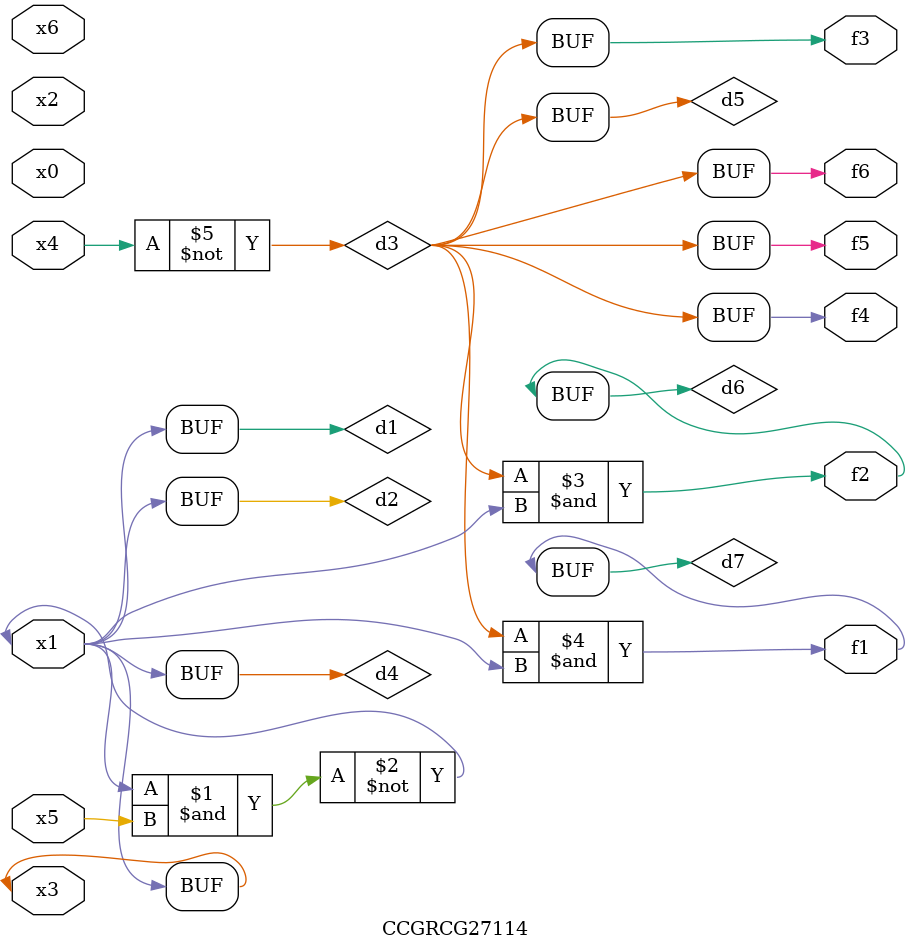
<source format=v>
module CCGRCG27114(
	input x0, x1, x2, x3, x4, x5, x6,
	output f1, f2, f3, f4, f5, f6
);

	wire d1, d2, d3, d4, d5, d6, d7;

	buf (d1, x1, x3);
	nand (d2, x1, x5);
	not (d3, x4);
	buf (d4, d1, d2);
	buf (d5, d3);
	and (d6, d3, d4);
	and (d7, d3, d4);
	assign f1 = d7;
	assign f2 = d6;
	assign f3 = d5;
	assign f4 = d5;
	assign f5 = d5;
	assign f6 = d5;
endmodule

</source>
